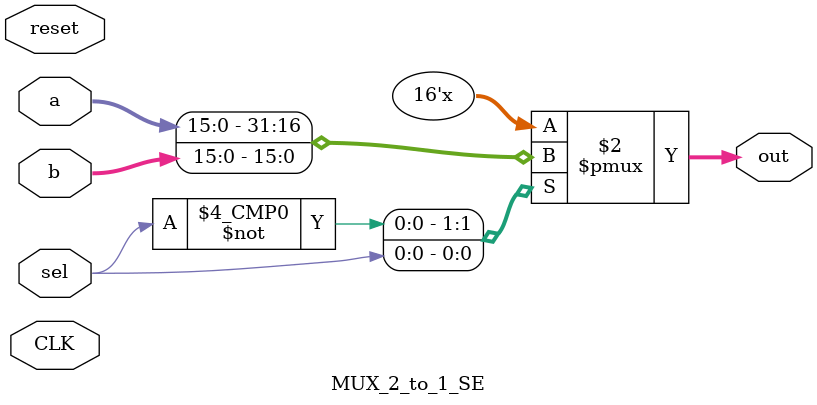
<source format=v>
module MUX_2_to_1_SE(CLK, reset, a, b, sel, out);

    // 16 bit, 2-1 mux with sign extension to be used for immediates
    
    /////////////////////////////////////////////////////////////////////////////////
    // module I/O
    /////////////////////////////////////////////////////////////////////////////////

    input wire CLK;             // clock for ALU
    input wire reset;           // reset, active-high
    input wire [15:0] a, b;      // inputs a,b
    input wire sel;             // selector bit
    output reg [15:0] out;       // output of MUX

    always@(*) begin
        case(sel) 
            0: out <= $signed(a);
            1: out <= $signed(b);
        endcase
    end

endmodule
</source>
